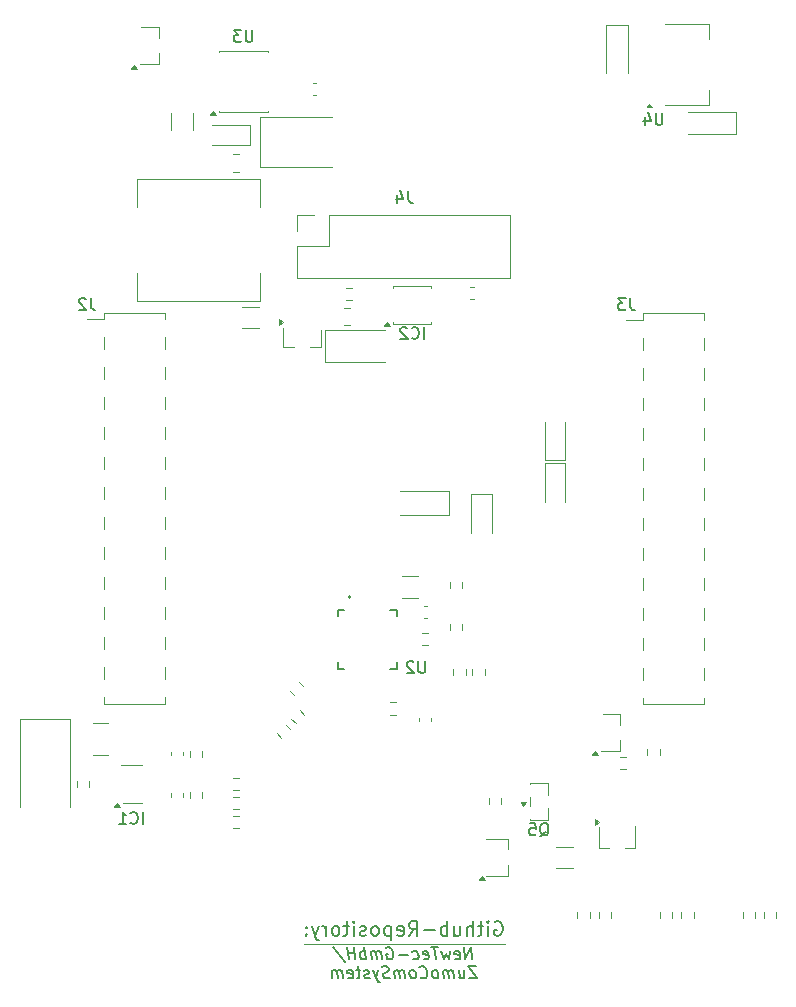
<source format=gbr>
%TF.GenerationSoftware,KiCad,Pcbnew,9.0.5*%
%TF.CreationDate,2026-01-12T16:44:52+01:00*%
%TF.ProjectId,ZumoComSystem,5a756d6f-436f-46d5-9379-7374656d2e6b,V1.2*%
%TF.SameCoordinates,Original*%
%TF.FileFunction,Legend,Bot*%
%TF.FilePolarity,Positive*%
%FSLAX45Y45*%
G04 Gerber Fmt 4.5, Leading zero omitted, Abs format (unit mm)*
G04 Created by KiCad (PCBNEW 9.0.5) date 2026-01-12 16:44:52*
%MOMM*%
%LPD*%
G01*
G04 APERTURE LIST*
%ADD10C,0.120000*%
%ADD11C,0.150000*%
%ADD12C,0.200000*%
%ADD13C,0.127000*%
G04 APERTURE END LIST*
D10*
X13851000Y-14080000D02*
X15551000Y-14080000D01*
D11*
X15276786Y-14210985D02*
X15264286Y-14110985D01*
X15264286Y-14110985D02*
X15219643Y-14210985D01*
X15219643Y-14210985D02*
X15207143Y-14110985D01*
X15133333Y-14206223D02*
X15143452Y-14210985D01*
X15143452Y-14210985D02*
X15162500Y-14210985D01*
X15162500Y-14210985D02*
X15171428Y-14206223D01*
X15171428Y-14206223D02*
X15175000Y-14196699D01*
X15175000Y-14196699D02*
X15170238Y-14158604D01*
X15170238Y-14158604D02*
X15164286Y-14149080D01*
X15164286Y-14149080D02*
X15154167Y-14144318D01*
X15154167Y-14144318D02*
X15135119Y-14144318D01*
X15135119Y-14144318D02*
X15126190Y-14149080D01*
X15126190Y-14149080D02*
X15122619Y-14158604D01*
X15122619Y-14158604D02*
X15123809Y-14168127D01*
X15123809Y-14168127D02*
X15172619Y-14177651D01*
X15087500Y-14144318D02*
X15076786Y-14210985D01*
X15076786Y-14210985D02*
X15051786Y-14163366D01*
X15051786Y-14163366D02*
X15038690Y-14210985D01*
X15038690Y-14210985D02*
X15011309Y-14144318D01*
X14983333Y-14110985D02*
X14926190Y-14110985D01*
X14967262Y-14210985D02*
X14954762Y-14110985D01*
X14866667Y-14206223D02*
X14876786Y-14210985D01*
X14876786Y-14210985D02*
X14895833Y-14210985D01*
X14895833Y-14210985D02*
X14904762Y-14206223D01*
X14904762Y-14206223D02*
X14908333Y-14196699D01*
X14908333Y-14196699D02*
X14903571Y-14158604D01*
X14903571Y-14158604D02*
X14897619Y-14149080D01*
X14897619Y-14149080D02*
X14887500Y-14144318D01*
X14887500Y-14144318D02*
X14868452Y-14144318D01*
X14868452Y-14144318D02*
X14859524Y-14149080D01*
X14859524Y-14149080D02*
X14855952Y-14158604D01*
X14855952Y-14158604D02*
X14857143Y-14168127D01*
X14857143Y-14168127D02*
X14905952Y-14177651D01*
X14776190Y-14206223D02*
X14786309Y-14210985D01*
X14786309Y-14210985D02*
X14805357Y-14210985D01*
X14805357Y-14210985D02*
X14814286Y-14206223D01*
X14814286Y-14206223D02*
X14818452Y-14201461D01*
X14818452Y-14201461D02*
X14822024Y-14191937D01*
X14822024Y-14191937D02*
X14818452Y-14163366D01*
X14818452Y-14163366D02*
X14812500Y-14153842D01*
X14812500Y-14153842D02*
X14807143Y-14149080D01*
X14807143Y-14149080D02*
X14797024Y-14144318D01*
X14797024Y-14144318D02*
X14777976Y-14144318D01*
X14777976Y-14144318D02*
X14769047Y-14149080D01*
X14729167Y-14172889D02*
X14652976Y-14172889D01*
X14545833Y-14115747D02*
X14554762Y-14110985D01*
X14554762Y-14110985D02*
X14569047Y-14110985D01*
X14569047Y-14110985D02*
X14583928Y-14115747D01*
X14583928Y-14115747D02*
X14594643Y-14125270D01*
X14594643Y-14125270D02*
X14600595Y-14134794D01*
X14600595Y-14134794D02*
X14607738Y-14153842D01*
X14607738Y-14153842D02*
X14609524Y-14168127D01*
X14609524Y-14168127D02*
X14607143Y-14187175D01*
X14607143Y-14187175D02*
X14603571Y-14196699D01*
X14603571Y-14196699D02*
X14595238Y-14206223D01*
X14595238Y-14206223D02*
X14581547Y-14210985D01*
X14581547Y-14210985D02*
X14572024Y-14210985D01*
X14572024Y-14210985D02*
X14557143Y-14206223D01*
X14557143Y-14206223D02*
X14551786Y-14201461D01*
X14551786Y-14201461D02*
X14547619Y-14168127D01*
X14547619Y-14168127D02*
X14566667Y-14168127D01*
X14510119Y-14210985D02*
X14501786Y-14144318D01*
X14502976Y-14153842D02*
X14497619Y-14149080D01*
X14497619Y-14149080D02*
X14487500Y-14144318D01*
X14487500Y-14144318D02*
X14473214Y-14144318D01*
X14473214Y-14144318D02*
X14464286Y-14149080D01*
X14464286Y-14149080D02*
X14460714Y-14158604D01*
X14460714Y-14158604D02*
X14467262Y-14210985D01*
X14460714Y-14158604D02*
X14454762Y-14149080D01*
X14454762Y-14149080D02*
X14444643Y-14144318D01*
X14444643Y-14144318D02*
X14430357Y-14144318D01*
X14430357Y-14144318D02*
X14421428Y-14149080D01*
X14421428Y-14149080D02*
X14417857Y-14158604D01*
X14417857Y-14158604D02*
X14424405Y-14210985D01*
X14376786Y-14210985D02*
X14364286Y-14110985D01*
X14369048Y-14149080D02*
X14358928Y-14144318D01*
X14358928Y-14144318D02*
X14339881Y-14144318D01*
X14339881Y-14144318D02*
X14330952Y-14149080D01*
X14330952Y-14149080D02*
X14326786Y-14153842D01*
X14326786Y-14153842D02*
X14323214Y-14163366D01*
X14323214Y-14163366D02*
X14326786Y-14191937D01*
X14326786Y-14191937D02*
X14332738Y-14201461D01*
X14332738Y-14201461D02*
X14338095Y-14206223D01*
X14338095Y-14206223D02*
X14348214Y-14210985D01*
X14348214Y-14210985D02*
X14367262Y-14210985D01*
X14367262Y-14210985D02*
X14376190Y-14206223D01*
X14286309Y-14210985D02*
X14273809Y-14110985D01*
X14279762Y-14158604D02*
X14222619Y-14158604D01*
X14229167Y-14210985D02*
X14216667Y-14110985D01*
X14097024Y-14106223D02*
X14198809Y-14234794D01*
X15304762Y-14271979D02*
X15238095Y-14271979D01*
X15238095Y-14271979D02*
X15317262Y-14371979D01*
X15317262Y-14371979D02*
X15250595Y-14371979D01*
X15161309Y-14305312D02*
X15169643Y-14371979D01*
X15204167Y-14305312D02*
X15210714Y-14357693D01*
X15210714Y-14357693D02*
X15207143Y-14367217D01*
X15207143Y-14367217D02*
X15198214Y-14371979D01*
X15198214Y-14371979D02*
X15183928Y-14371979D01*
X15183928Y-14371979D02*
X15173809Y-14367217D01*
X15173809Y-14367217D02*
X15168452Y-14362455D01*
X15122024Y-14371979D02*
X15113690Y-14305312D01*
X15114881Y-14314836D02*
X15109524Y-14310074D01*
X15109524Y-14310074D02*
X15099405Y-14305312D01*
X15099405Y-14305312D02*
X15085119Y-14305312D01*
X15085119Y-14305312D02*
X15076190Y-14310074D01*
X15076190Y-14310074D02*
X15072619Y-14319598D01*
X15072619Y-14319598D02*
X15079167Y-14371979D01*
X15072619Y-14319598D02*
X15066667Y-14310074D01*
X15066667Y-14310074D02*
X15056548Y-14305312D01*
X15056548Y-14305312D02*
X15042262Y-14305312D01*
X15042262Y-14305312D02*
X15033333Y-14310074D01*
X15033333Y-14310074D02*
X15029762Y-14319598D01*
X15029762Y-14319598D02*
X15036309Y-14371979D01*
X14974405Y-14371979D02*
X14983333Y-14367217D01*
X14983333Y-14367217D02*
X14987500Y-14362455D01*
X14987500Y-14362455D02*
X14991071Y-14352931D01*
X14991071Y-14352931D02*
X14987500Y-14324360D01*
X14987500Y-14324360D02*
X14981548Y-14314836D01*
X14981548Y-14314836D02*
X14976190Y-14310074D01*
X14976190Y-14310074D02*
X14966071Y-14305312D01*
X14966071Y-14305312D02*
X14951786Y-14305312D01*
X14951786Y-14305312D02*
X14942857Y-14310074D01*
X14942857Y-14310074D02*
X14938690Y-14314836D01*
X14938690Y-14314836D02*
X14935119Y-14324360D01*
X14935119Y-14324360D02*
X14938690Y-14352931D01*
X14938690Y-14352931D02*
X14944643Y-14362455D01*
X14944643Y-14362455D02*
X14950000Y-14367217D01*
X14950000Y-14367217D02*
X14960119Y-14371979D01*
X14960119Y-14371979D02*
X14974405Y-14371979D01*
X14839881Y-14362455D02*
X14845238Y-14367217D01*
X14845238Y-14367217D02*
X14860119Y-14371979D01*
X14860119Y-14371979D02*
X14869643Y-14371979D01*
X14869643Y-14371979D02*
X14883333Y-14367217D01*
X14883333Y-14367217D02*
X14891667Y-14357693D01*
X14891667Y-14357693D02*
X14895238Y-14348169D01*
X14895238Y-14348169D02*
X14897619Y-14329122D01*
X14897619Y-14329122D02*
X14895833Y-14314836D01*
X14895833Y-14314836D02*
X14888690Y-14295789D01*
X14888690Y-14295789D02*
X14882738Y-14286265D01*
X14882738Y-14286265D02*
X14872024Y-14276741D01*
X14872024Y-14276741D02*
X14857143Y-14271979D01*
X14857143Y-14271979D02*
X14847619Y-14271979D01*
X14847619Y-14271979D02*
X14833929Y-14276741D01*
X14833929Y-14276741D02*
X14829762Y-14281503D01*
X14783929Y-14371979D02*
X14792857Y-14367217D01*
X14792857Y-14367217D02*
X14797024Y-14362455D01*
X14797024Y-14362455D02*
X14800595Y-14352931D01*
X14800595Y-14352931D02*
X14797024Y-14324360D01*
X14797024Y-14324360D02*
X14791071Y-14314836D01*
X14791071Y-14314836D02*
X14785714Y-14310074D01*
X14785714Y-14310074D02*
X14775595Y-14305312D01*
X14775595Y-14305312D02*
X14761309Y-14305312D01*
X14761309Y-14305312D02*
X14752381Y-14310074D01*
X14752381Y-14310074D02*
X14748214Y-14314836D01*
X14748214Y-14314836D02*
X14744643Y-14324360D01*
X14744643Y-14324360D02*
X14748214Y-14352931D01*
X14748214Y-14352931D02*
X14754167Y-14362455D01*
X14754167Y-14362455D02*
X14759524Y-14367217D01*
X14759524Y-14367217D02*
X14769643Y-14371979D01*
X14769643Y-14371979D02*
X14783929Y-14371979D01*
X14707738Y-14371979D02*
X14699405Y-14305312D01*
X14700595Y-14314836D02*
X14695238Y-14310074D01*
X14695238Y-14310074D02*
X14685119Y-14305312D01*
X14685119Y-14305312D02*
X14670833Y-14305312D01*
X14670833Y-14305312D02*
X14661905Y-14310074D01*
X14661905Y-14310074D02*
X14658333Y-14319598D01*
X14658333Y-14319598D02*
X14664881Y-14371979D01*
X14658333Y-14319598D02*
X14652381Y-14310074D01*
X14652381Y-14310074D02*
X14642262Y-14305312D01*
X14642262Y-14305312D02*
X14627976Y-14305312D01*
X14627976Y-14305312D02*
X14619048Y-14310074D01*
X14619048Y-14310074D02*
X14615476Y-14319598D01*
X14615476Y-14319598D02*
X14622024Y-14371979D01*
X14578571Y-14367217D02*
X14564881Y-14371979D01*
X14564881Y-14371979D02*
X14541071Y-14371979D01*
X14541071Y-14371979D02*
X14530952Y-14367217D01*
X14530952Y-14367217D02*
X14525595Y-14362455D01*
X14525595Y-14362455D02*
X14519643Y-14352931D01*
X14519643Y-14352931D02*
X14518452Y-14343408D01*
X14518452Y-14343408D02*
X14522024Y-14333884D01*
X14522024Y-14333884D02*
X14526190Y-14329122D01*
X14526190Y-14329122D02*
X14535119Y-14324360D01*
X14535119Y-14324360D02*
X14553571Y-14319598D01*
X14553571Y-14319598D02*
X14562500Y-14314836D01*
X14562500Y-14314836D02*
X14566667Y-14310074D01*
X14566667Y-14310074D02*
X14570238Y-14300550D01*
X14570238Y-14300550D02*
X14569048Y-14291027D01*
X14569048Y-14291027D02*
X14563095Y-14281503D01*
X14563095Y-14281503D02*
X14557738Y-14276741D01*
X14557738Y-14276741D02*
X14547619Y-14271979D01*
X14547619Y-14271979D02*
X14523809Y-14271979D01*
X14523809Y-14271979D02*
X14510119Y-14276741D01*
X14480357Y-14305312D02*
X14464881Y-14371979D01*
X14432738Y-14305312D02*
X14464881Y-14371979D01*
X14464881Y-14371979D02*
X14477381Y-14395789D01*
X14477381Y-14395789D02*
X14482738Y-14400550D01*
X14482738Y-14400550D02*
X14492857Y-14405312D01*
X14407143Y-14367217D02*
X14398214Y-14371979D01*
X14398214Y-14371979D02*
X14379167Y-14371979D01*
X14379167Y-14371979D02*
X14369048Y-14367217D01*
X14369048Y-14367217D02*
X14363095Y-14357693D01*
X14363095Y-14357693D02*
X14362500Y-14352931D01*
X14362500Y-14352931D02*
X14366071Y-14343408D01*
X14366071Y-14343408D02*
X14375000Y-14338646D01*
X14375000Y-14338646D02*
X14389286Y-14338646D01*
X14389286Y-14338646D02*
X14398214Y-14333884D01*
X14398214Y-14333884D02*
X14401786Y-14324360D01*
X14401786Y-14324360D02*
X14401190Y-14319598D01*
X14401190Y-14319598D02*
X14395238Y-14310074D01*
X14395238Y-14310074D02*
X14385119Y-14305312D01*
X14385119Y-14305312D02*
X14370833Y-14305312D01*
X14370833Y-14305312D02*
X14361905Y-14310074D01*
X14327976Y-14305312D02*
X14289881Y-14305312D01*
X14309524Y-14271979D02*
X14320238Y-14357693D01*
X14320238Y-14357693D02*
X14316667Y-14367217D01*
X14316667Y-14367217D02*
X14307738Y-14371979D01*
X14307738Y-14371979D02*
X14298214Y-14371979D01*
X14226190Y-14367217D02*
X14236309Y-14371979D01*
X14236309Y-14371979D02*
X14255357Y-14371979D01*
X14255357Y-14371979D02*
X14264286Y-14367217D01*
X14264286Y-14367217D02*
X14267857Y-14357693D01*
X14267857Y-14357693D02*
X14263095Y-14319598D01*
X14263095Y-14319598D02*
X14257143Y-14310074D01*
X14257143Y-14310074D02*
X14247024Y-14305312D01*
X14247024Y-14305312D02*
X14227976Y-14305312D01*
X14227976Y-14305312D02*
X14219047Y-14310074D01*
X14219047Y-14310074D02*
X14215476Y-14319598D01*
X14215476Y-14319598D02*
X14216667Y-14329122D01*
X14216667Y-14329122D02*
X14265476Y-14338646D01*
X14179167Y-14371979D02*
X14170833Y-14305312D01*
X14172024Y-14314836D02*
X14166667Y-14310074D01*
X14166667Y-14310074D02*
X14156547Y-14305312D01*
X14156547Y-14305312D02*
X14142262Y-14305312D01*
X14142262Y-14305312D02*
X14133333Y-14310074D01*
X14133333Y-14310074D02*
X14129762Y-14319598D01*
X14129762Y-14319598D02*
X14136309Y-14371979D01*
X14129762Y-14319598D02*
X14123809Y-14310074D01*
X14123809Y-14310074D02*
X14113690Y-14305312D01*
X14113690Y-14305312D02*
X14099405Y-14305312D01*
X14099405Y-14305312D02*
X14090476Y-14310074D01*
X14090476Y-14310074D02*
X14086905Y-14319598D01*
X14086905Y-14319598D02*
X14093452Y-14371979D01*
D12*
X15466714Y-13897188D02*
X15478143Y-13891474D01*
X15478143Y-13891474D02*
X15495286Y-13891474D01*
X15495286Y-13891474D02*
X15512428Y-13897188D01*
X15512428Y-13897188D02*
X15523857Y-13908617D01*
X15523857Y-13908617D02*
X15529571Y-13920046D01*
X15529571Y-13920046D02*
X15535286Y-13942903D01*
X15535286Y-13942903D02*
X15535286Y-13960046D01*
X15535286Y-13960046D02*
X15529571Y-13982903D01*
X15529571Y-13982903D02*
X15523857Y-13994331D01*
X15523857Y-13994331D02*
X15512428Y-14005760D01*
X15512428Y-14005760D02*
X15495286Y-14011474D01*
X15495286Y-14011474D02*
X15483857Y-14011474D01*
X15483857Y-14011474D02*
X15466714Y-14005760D01*
X15466714Y-14005760D02*
X15461000Y-14000046D01*
X15461000Y-14000046D02*
X15461000Y-13960046D01*
X15461000Y-13960046D02*
X15483857Y-13960046D01*
X15409571Y-14011474D02*
X15409571Y-13931474D01*
X15409571Y-13891474D02*
X15415286Y-13897188D01*
X15415286Y-13897188D02*
X15409571Y-13902903D01*
X15409571Y-13902903D02*
X15403857Y-13897188D01*
X15403857Y-13897188D02*
X15409571Y-13891474D01*
X15409571Y-13891474D02*
X15409571Y-13902903D01*
X15369571Y-13931474D02*
X15323857Y-13931474D01*
X15352428Y-13891474D02*
X15352428Y-13994331D01*
X15352428Y-13994331D02*
X15346714Y-14005760D01*
X15346714Y-14005760D02*
X15335286Y-14011474D01*
X15335286Y-14011474D02*
X15323857Y-14011474D01*
X15283857Y-14011474D02*
X15283857Y-13891474D01*
X15232428Y-14011474D02*
X15232428Y-13948617D01*
X15232428Y-13948617D02*
X15238143Y-13937188D01*
X15238143Y-13937188D02*
X15249571Y-13931474D01*
X15249571Y-13931474D02*
X15266714Y-13931474D01*
X15266714Y-13931474D02*
X15278143Y-13937188D01*
X15278143Y-13937188D02*
X15283857Y-13942903D01*
X15123857Y-13931474D02*
X15123857Y-14011474D01*
X15175286Y-13931474D02*
X15175286Y-13994331D01*
X15175286Y-13994331D02*
X15169571Y-14005760D01*
X15169571Y-14005760D02*
X15158143Y-14011474D01*
X15158143Y-14011474D02*
X15141000Y-14011474D01*
X15141000Y-14011474D02*
X15129571Y-14005760D01*
X15129571Y-14005760D02*
X15123857Y-14000046D01*
X15066714Y-14011474D02*
X15066714Y-13891474D01*
X15066714Y-13937188D02*
X15055286Y-13931474D01*
X15055286Y-13931474D02*
X15032428Y-13931474D01*
X15032428Y-13931474D02*
X15021000Y-13937188D01*
X15021000Y-13937188D02*
X15015286Y-13942903D01*
X15015286Y-13942903D02*
X15009571Y-13954331D01*
X15009571Y-13954331D02*
X15009571Y-13988617D01*
X15009571Y-13988617D02*
X15015286Y-14000046D01*
X15015286Y-14000046D02*
X15021000Y-14005760D01*
X15021000Y-14005760D02*
X15032428Y-14011474D01*
X15032428Y-14011474D02*
X15055286Y-14011474D01*
X15055286Y-14011474D02*
X15066714Y-14005760D01*
X14958143Y-13965760D02*
X14866714Y-13965760D01*
X14741000Y-14011474D02*
X14781000Y-13954331D01*
X14809571Y-14011474D02*
X14809571Y-13891474D01*
X14809571Y-13891474D02*
X14763857Y-13891474D01*
X14763857Y-13891474D02*
X14752429Y-13897188D01*
X14752429Y-13897188D02*
X14746714Y-13902903D01*
X14746714Y-13902903D02*
X14741000Y-13914331D01*
X14741000Y-13914331D02*
X14741000Y-13931474D01*
X14741000Y-13931474D02*
X14746714Y-13942903D01*
X14746714Y-13942903D02*
X14752429Y-13948617D01*
X14752429Y-13948617D02*
X14763857Y-13954331D01*
X14763857Y-13954331D02*
X14809571Y-13954331D01*
X14643857Y-14005760D02*
X14655286Y-14011474D01*
X14655286Y-14011474D02*
X14678143Y-14011474D01*
X14678143Y-14011474D02*
X14689571Y-14005760D01*
X14689571Y-14005760D02*
X14695286Y-13994331D01*
X14695286Y-13994331D02*
X14695286Y-13948617D01*
X14695286Y-13948617D02*
X14689571Y-13937188D01*
X14689571Y-13937188D02*
X14678143Y-13931474D01*
X14678143Y-13931474D02*
X14655286Y-13931474D01*
X14655286Y-13931474D02*
X14643857Y-13937188D01*
X14643857Y-13937188D02*
X14638143Y-13948617D01*
X14638143Y-13948617D02*
X14638143Y-13960046D01*
X14638143Y-13960046D02*
X14695286Y-13971474D01*
X14586714Y-13931474D02*
X14586714Y-14051474D01*
X14586714Y-13937188D02*
X14575286Y-13931474D01*
X14575286Y-13931474D02*
X14552429Y-13931474D01*
X14552429Y-13931474D02*
X14541000Y-13937188D01*
X14541000Y-13937188D02*
X14535286Y-13942903D01*
X14535286Y-13942903D02*
X14529571Y-13954331D01*
X14529571Y-13954331D02*
X14529571Y-13988617D01*
X14529571Y-13988617D02*
X14535286Y-14000046D01*
X14535286Y-14000046D02*
X14541000Y-14005760D01*
X14541000Y-14005760D02*
X14552429Y-14011474D01*
X14552429Y-14011474D02*
X14575286Y-14011474D01*
X14575286Y-14011474D02*
X14586714Y-14005760D01*
X14461000Y-14011474D02*
X14472429Y-14005760D01*
X14472429Y-14005760D02*
X14478143Y-14000046D01*
X14478143Y-14000046D02*
X14483857Y-13988617D01*
X14483857Y-13988617D02*
X14483857Y-13954331D01*
X14483857Y-13954331D02*
X14478143Y-13942903D01*
X14478143Y-13942903D02*
X14472429Y-13937188D01*
X14472429Y-13937188D02*
X14461000Y-13931474D01*
X14461000Y-13931474D02*
X14443857Y-13931474D01*
X14443857Y-13931474D02*
X14432429Y-13937188D01*
X14432429Y-13937188D02*
X14426714Y-13942903D01*
X14426714Y-13942903D02*
X14421000Y-13954331D01*
X14421000Y-13954331D02*
X14421000Y-13988617D01*
X14421000Y-13988617D02*
X14426714Y-14000046D01*
X14426714Y-14000046D02*
X14432429Y-14005760D01*
X14432429Y-14005760D02*
X14443857Y-14011474D01*
X14443857Y-14011474D02*
X14461000Y-14011474D01*
X14375286Y-14005760D02*
X14363857Y-14011474D01*
X14363857Y-14011474D02*
X14341000Y-14011474D01*
X14341000Y-14011474D02*
X14329571Y-14005760D01*
X14329571Y-14005760D02*
X14323857Y-13994331D01*
X14323857Y-13994331D02*
X14323857Y-13988617D01*
X14323857Y-13988617D02*
X14329571Y-13977188D01*
X14329571Y-13977188D02*
X14341000Y-13971474D01*
X14341000Y-13971474D02*
X14358143Y-13971474D01*
X14358143Y-13971474D02*
X14369571Y-13965760D01*
X14369571Y-13965760D02*
X14375286Y-13954331D01*
X14375286Y-13954331D02*
X14375286Y-13948617D01*
X14375286Y-13948617D02*
X14369571Y-13937188D01*
X14369571Y-13937188D02*
X14358143Y-13931474D01*
X14358143Y-13931474D02*
X14341000Y-13931474D01*
X14341000Y-13931474D02*
X14329571Y-13937188D01*
X14272429Y-14011474D02*
X14272429Y-13931474D01*
X14272429Y-13891474D02*
X14278143Y-13897188D01*
X14278143Y-13897188D02*
X14272429Y-13902903D01*
X14272429Y-13902903D02*
X14266714Y-13897188D01*
X14266714Y-13897188D02*
X14272429Y-13891474D01*
X14272429Y-13891474D02*
X14272429Y-13902903D01*
X14232429Y-13931474D02*
X14186714Y-13931474D01*
X14215286Y-13891474D02*
X14215286Y-13994331D01*
X14215286Y-13994331D02*
X14209571Y-14005760D01*
X14209571Y-14005760D02*
X14198143Y-14011474D01*
X14198143Y-14011474D02*
X14186714Y-14011474D01*
X14129571Y-14011474D02*
X14141000Y-14005760D01*
X14141000Y-14005760D02*
X14146714Y-14000046D01*
X14146714Y-14000046D02*
X14152429Y-13988617D01*
X14152429Y-13988617D02*
X14152429Y-13954331D01*
X14152429Y-13954331D02*
X14146714Y-13942903D01*
X14146714Y-13942903D02*
X14141000Y-13937188D01*
X14141000Y-13937188D02*
X14129571Y-13931474D01*
X14129571Y-13931474D02*
X14112429Y-13931474D01*
X14112429Y-13931474D02*
X14101000Y-13937188D01*
X14101000Y-13937188D02*
X14095286Y-13942903D01*
X14095286Y-13942903D02*
X14089571Y-13954331D01*
X14089571Y-13954331D02*
X14089571Y-13988617D01*
X14089571Y-13988617D02*
X14095286Y-14000046D01*
X14095286Y-14000046D02*
X14101000Y-14005760D01*
X14101000Y-14005760D02*
X14112429Y-14011474D01*
X14112429Y-14011474D02*
X14129571Y-14011474D01*
X14038143Y-14011474D02*
X14038143Y-13931474D01*
X14038143Y-13954331D02*
X14032429Y-13942903D01*
X14032429Y-13942903D02*
X14026714Y-13937188D01*
X14026714Y-13937188D02*
X14015286Y-13931474D01*
X14015286Y-13931474D02*
X14003857Y-13931474D01*
X13975286Y-13931474D02*
X13946714Y-14011474D01*
X13918143Y-13931474D02*
X13946714Y-14011474D01*
X13946714Y-14011474D02*
X13958143Y-14040046D01*
X13958143Y-14040046D02*
X13963857Y-14045760D01*
X13963857Y-14045760D02*
X13975286Y-14051474D01*
X13872429Y-14000046D02*
X13866714Y-14005760D01*
X13866714Y-14005760D02*
X13872429Y-14011474D01*
X13872429Y-14011474D02*
X13878143Y-14005760D01*
X13878143Y-14005760D02*
X13872429Y-14000046D01*
X13872429Y-14000046D02*
X13872429Y-14011474D01*
X13872429Y-13937188D02*
X13866714Y-13942903D01*
X13866714Y-13942903D02*
X13872429Y-13948617D01*
X13872429Y-13948617D02*
X13878143Y-13942903D01*
X13878143Y-13942903D02*
X13872429Y-13937188D01*
X13872429Y-13937188D02*
X13872429Y-13948617D01*
D11*
X14878190Y-11687482D02*
X14878190Y-11768434D01*
X14878190Y-11768434D02*
X14873428Y-11777958D01*
X14873428Y-11777958D02*
X14868667Y-11782720D01*
X14868667Y-11782720D02*
X14859143Y-11787482D01*
X14859143Y-11787482D02*
X14840095Y-11787482D01*
X14840095Y-11787482D02*
X14830571Y-11782720D01*
X14830571Y-11782720D02*
X14825809Y-11777958D01*
X14825809Y-11777958D02*
X14821048Y-11768434D01*
X14821048Y-11768434D02*
X14821048Y-11687482D01*
X14778190Y-11697006D02*
X14773428Y-11692244D01*
X14773428Y-11692244D02*
X14763905Y-11687482D01*
X14763905Y-11687482D02*
X14740095Y-11687482D01*
X14740095Y-11687482D02*
X14730571Y-11692244D01*
X14730571Y-11692244D02*
X14725809Y-11697006D01*
X14725809Y-11697006D02*
X14721048Y-11706529D01*
X14721048Y-11706529D02*
X14721048Y-11716053D01*
X14721048Y-11716053D02*
X14725809Y-11730339D01*
X14725809Y-11730339D02*
X14782952Y-11787482D01*
X14782952Y-11787482D02*
X14721048Y-11787482D01*
X15849524Y-13170006D02*
X15859048Y-13165244D01*
X15859048Y-13165244D02*
X15868571Y-13155720D01*
X15868571Y-13155720D02*
X15882857Y-13141434D01*
X15882857Y-13141434D02*
X15892381Y-13136672D01*
X15892381Y-13136672D02*
X15901905Y-13136672D01*
X15897143Y-13160482D02*
X15906667Y-13155720D01*
X15906667Y-13155720D02*
X15916190Y-13146196D01*
X15916190Y-13146196D02*
X15920952Y-13127148D01*
X15920952Y-13127148D02*
X15920952Y-13093815D01*
X15920952Y-13093815D02*
X15916190Y-13074768D01*
X15916190Y-13074768D02*
X15906667Y-13065244D01*
X15906667Y-13065244D02*
X15897143Y-13060482D01*
X15897143Y-13060482D02*
X15878095Y-13060482D01*
X15878095Y-13060482D02*
X15868571Y-13065244D01*
X15868571Y-13065244D02*
X15859048Y-13074768D01*
X15859048Y-13074768D02*
X15854286Y-13093815D01*
X15854286Y-13093815D02*
X15854286Y-13127148D01*
X15854286Y-13127148D02*
X15859048Y-13146196D01*
X15859048Y-13146196D02*
X15868571Y-13155720D01*
X15868571Y-13155720D02*
X15878095Y-13160482D01*
X15878095Y-13160482D02*
X15897143Y-13160482D01*
X15763809Y-13060482D02*
X15811428Y-13060482D01*
X15811428Y-13060482D02*
X15816190Y-13108101D01*
X15816190Y-13108101D02*
X15811428Y-13103339D01*
X15811428Y-13103339D02*
X15801905Y-13098577D01*
X15801905Y-13098577D02*
X15778095Y-13098577D01*
X15778095Y-13098577D02*
X15768571Y-13103339D01*
X15768571Y-13103339D02*
X15763809Y-13108101D01*
X15763809Y-13108101D02*
X15759048Y-13117625D01*
X15759048Y-13117625D02*
X15759048Y-13141434D01*
X15759048Y-13141434D02*
X15763809Y-13150958D01*
X15763809Y-13150958D02*
X15768571Y-13155720D01*
X15768571Y-13155720D02*
X15778095Y-13160482D01*
X15778095Y-13160482D02*
X15801905Y-13160482D01*
X15801905Y-13160482D02*
X15811428Y-13155720D01*
X15811428Y-13155720D02*
X15816190Y-13150958D01*
X12047833Y-8614482D02*
X12047833Y-8685910D01*
X12047833Y-8685910D02*
X12052595Y-8700196D01*
X12052595Y-8700196D02*
X12062119Y-8709720D01*
X12062119Y-8709720D02*
X12076405Y-8714482D01*
X12076405Y-8714482D02*
X12085928Y-8714482D01*
X12004976Y-8624006D02*
X12000214Y-8619244D01*
X12000214Y-8619244D02*
X11990690Y-8614482D01*
X11990690Y-8614482D02*
X11966881Y-8614482D01*
X11966881Y-8614482D02*
X11957357Y-8619244D01*
X11957357Y-8619244D02*
X11952595Y-8624006D01*
X11952595Y-8624006D02*
X11947833Y-8633530D01*
X11947833Y-8633530D02*
X11947833Y-8643053D01*
X11947833Y-8643053D02*
X11952595Y-8657339D01*
X11952595Y-8657339D02*
X12009738Y-8714482D01*
X12009738Y-8714482D02*
X11947833Y-8714482D01*
X13416190Y-6345482D02*
X13416190Y-6426434D01*
X13416190Y-6426434D02*
X13411428Y-6435958D01*
X13411428Y-6435958D02*
X13406667Y-6440720D01*
X13406667Y-6440720D02*
X13397143Y-6445482D01*
X13397143Y-6445482D02*
X13378095Y-6445482D01*
X13378095Y-6445482D02*
X13368571Y-6440720D01*
X13368571Y-6440720D02*
X13363809Y-6435958D01*
X13363809Y-6435958D02*
X13359048Y-6426434D01*
X13359048Y-6426434D02*
X13359048Y-6345482D01*
X13320952Y-6345482D02*
X13259048Y-6345482D01*
X13259048Y-6345482D02*
X13292381Y-6383577D01*
X13292381Y-6383577D02*
X13278095Y-6383577D01*
X13278095Y-6383577D02*
X13268571Y-6388339D01*
X13268571Y-6388339D02*
X13263809Y-6393101D01*
X13263809Y-6393101D02*
X13259048Y-6402625D01*
X13259048Y-6402625D02*
X13259048Y-6426434D01*
X13259048Y-6426434D02*
X13263809Y-6435958D01*
X13263809Y-6435958D02*
X13268571Y-6440720D01*
X13268571Y-6440720D02*
X13278095Y-6445482D01*
X13278095Y-6445482D02*
X13306667Y-6445482D01*
X13306667Y-6445482D02*
X13316190Y-6440720D01*
X13316190Y-6440720D02*
X13320952Y-6435958D01*
X16886190Y-7045482D02*
X16886190Y-7126434D01*
X16886190Y-7126434D02*
X16881429Y-7135958D01*
X16881429Y-7135958D02*
X16876667Y-7140720D01*
X16876667Y-7140720D02*
X16867143Y-7145482D01*
X16867143Y-7145482D02*
X16848095Y-7145482D01*
X16848095Y-7145482D02*
X16838571Y-7140720D01*
X16838571Y-7140720D02*
X16833810Y-7135958D01*
X16833810Y-7135958D02*
X16829048Y-7126434D01*
X16829048Y-7126434D02*
X16829048Y-7045482D01*
X16738571Y-7078815D02*
X16738571Y-7145482D01*
X16762381Y-7040720D02*
X16786190Y-7112148D01*
X16786190Y-7112148D02*
X16724286Y-7112148D01*
X16613833Y-8615482D02*
X16613833Y-8686910D01*
X16613833Y-8686910D02*
X16618595Y-8701196D01*
X16618595Y-8701196D02*
X16628119Y-8710720D01*
X16628119Y-8710720D02*
X16642405Y-8715482D01*
X16642405Y-8715482D02*
X16651928Y-8715482D01*
X16575738Y-8615482D02*
X16513833Y-8615482D01*
X16513833Y-8615482D02*
X16547167Y-8653577D01*
X16547167Y-8653577D02*
X16532881Y-8653577D01*
X16532881Y-8653577D02*
X16523357Y-8658339D01*
X16523357Y-8658339D02*
X16518595Y-8663101D01*
X16518595Y-8663101D02*
X16513833Y-8672625D01*
X16513833Y-8672625D02*
X16513833Y-8696434D01*
X16513833Y-8696434D02*
X16518595Y-8705958D01*
X16518595Y-8705958D02*
X16523357Y-8710720D01*
X16523357Y-8710720D02*
X16532881Y-8715482D01*
X16532881Y-8715482D02*
X16561452Y-8715482D01*
X16561452Y-8715482D02*
X16570976Y-8710720D01*
X16570976Y-8710720D02*
X16575738Y-8705958D01*
X14733333Y-7705482D02*
X14733333Y-7776910D01*
X14733333Y-7776910D02*
X14738095Y-7791196D01*
X14738095Y-7791196D02*
X14747619Y-7800720D01*
X14747619Y-7800720D02*
X14761905Y-7805482D01*
X14761905Y-7805482D02*
X14771428Y-7805482D01*
X14642857Y-7738815D02*
X14642857Y-7805482D01*
X14666667Y-7700720D02*
X14690476Y-7772148D01*
X14690476Y-7772148D02*
X14628571Y-7772148D01*
X12487619Y-13065482D02*
X12487619Y-12965482D01*
X12382857Y-13055958D02*
X12387619Y-13060720D01*
X12387619Y-13060720D02*
X12401905Y-13065482D01*
X12401905Y-13065482D02*
X12411428Y-13065482D01*
X12411428Y-13065482D02*
X12425714Y-13060720D01*
X12425714Y-13060720D02*
X12435238Y-13051196D01*
X12435238Y-13051196D02*
X12440000Y-13041672D01*
X12440000Y-13041672D02*
X12444762Y-13022625D01*
X12444762Y-13022625D02*
X12444762Y-13008339D01*
X12444762Y-13008339D02*
X12440000Y-12989291D01*
X12440000Y-12989291D02*
X12435238Y-12979768D01*
X12435238Y-12979768D02*
X12425714Y-12970244D01*
X12425714Y-12970244D02*
X12411428Y-12965482D01*
X12411428Y-12965482D02*
X12401905Y-12965482D01*
X12401905Y-12965482D02*
X12387619Y-12970244D01*
X12387619Y-12970244D02*
X12382857Y-12975006D01*
X12287619Y-13065482D02*
X12344762Y-13065482D01*
X12316190Y-13065482D02*
X12316190Y-12965482D01*
X12316190Y-12965482D02*
X12325714Y-12979768D01*
X12325714Y-12979768D02*
X12335238Y-12989291D01*
X12335238Y-12989291D02*
X12344762Y-12994053D01*
X14867619Y-8960482D02*
X14867619Y-8860482D01*
X14762857Y-8950958D02*
X14767619Y-8955720D01*
X14767619Y-8955720D02*
X14781905Y-8960482D01*
X14781905Y-8960482D02*
X14791428Y-8960482D01*
X14791428Y-8960482D02*
X14805714Y-8955720D01*
X14805714Y-8955720D02*
X14815238Y-8946196D01*
X14815238Y-8946196D02*
X14820000Y-8936672D01*
X14820000Y-8936672D02*
X14824762Y-8917625D01*
X14824762Y-8917625D02*
X14824762Y-8903339D01*
X14824762Y-8903339D02*
X14820000Y-8884291D01*
X14820000Y-8884291D02*
X14815238Y-8874768D01*
X14815238Y-8874768D02*
X14805714Y-8865244D01*
X14805714Y-8865244D02*
X14791428Y-8860482D01*
X14791428Y-8860482D02*
X14781905Y-8860482D01*
X14781905Y-8860482D02*
X14767619Y-8865244D01*
X14767619Y-8865244D02*
X14762857Y-8870006D01*
X14724762Y-8870006D02*
X14720000Y-8865244D01*
X14720000Y-8865244D02*
X14710476Y-8860482D01*
X14710476Y-8860482D02*
X14686667Y-8860482D01*
X14686667Y-8860482D02*
X14677143Y-8865244D01*
X14677143Y-8865244D02*
X14672381Y-8870006D01*
X14672381Y-8870006D02*
X14667619Y-8879530D01*
X14667619Y-8879530D02*
X14667619Y-8889053D01*
X14667619Y-8889053D02*
X14672381Y-8903339D01*
X14672381Y-8903339D02*
X14729524Y-8960482D01*
X14729524Y-8960482D02*
X14667619Y-8960482D01*
D12*
%TO.C,U2*%
X14247500Y-11146500D02*
G75*
G02*
X14227500Y-11146500I-10000J0D01*
G01*
X14227500Y-11146500D02*
G75*
G02*
X14247500Y-11146500I10000J0D01*
G01*
D13*
X14637500Y-11750500D02*
X14637500Y-11695500D01*
X14137500Y-11750500D02*
X14137500Y-11695500D01*
X14637500Y-11250500D02*
X14637500Y-11305500D01*
X14137500Y-11250500D02*
X14137500Y-11305500D01*
X14637500Y-11750500D02*
X14582500Y-11750500D01*
X14137500Y-11750500D02*
X14192500Y-11750500D01*
X14637500Y-11250500D02*
X14582500Y-11250500D01*
X14137500Y-11250500D02*
X14192500Y-11250500D01*
D10*
%TO.C,Q5*%
X15710000Y-12913000D02*
X15686000Y-12880000D01*
X15734000Y-12880000D01*
X15710000Y-12913000D01*
G36*
X15710000Y-12913000D02*
G01*
X15686000Y-12880000D01*
X15734000Y-12880000D01*
X15710000Y-12913000D01*
G37*
X15916000Y-12719000D02*
X15764000Y-12719000D01*
X15916000Y-12819000D02*
X15916000Y-12719000D01*
X15916000Y-13031000D02*
X15916000Y-12931000D01*
X15764000Y-12719000D02*
X15764000Y-12724000D01*
X15764000Y-12836000D02*
X15764000Y-12914000D01*
X15764000Y-13026000D02*
X15764000Y-13031000D01*
X15764000Y-13031000D02*
X15916000Y-13031000D01*
%TO.C,D10*%
X11445000Y-12179000D02*
X11445000Y-12920000D01*
X11445000Y-12179000D02*
X11875000Y-12179000D01*
X11875000Y-12179000D02*
X11875000Y-12920000D01*
%TO.C,Q3*%
X15580500Y-13193000D02*
X15395500Y-13193000D01*
X15580500Y-13282000D02*
X15580500Y-13193000D01*
X15582000Y-13505000D02*
X15397000Y-13505000D01*
X15582000Y-13505000D02*
X15582000Y-13416000D01*
X15382000Y-13537000D02*
X15334000Y-13537000D01*
X15358000Y-13504000D01*
X15382000Y-13537000D01*
G36*
X15382000Y-13537000D02*
G01*
X15334000Y-13537000D01*
X15358000Y-13504000D01*
X15382000Y-13537000D01*
G37*
%TO.C,R21*%
X15987294Y-13259000D02*
X16132706Y-13259000D01*
X15987294Y-13441000D02*
X16132706Y-13441000D01*
%TO.C,L1*%
X12442000Y-7602000D02*
X12442000Y-7842500D01*
X12442000Y-8638000D02*
X12442000Y-8397500D01*
X13478000Y-7602000D02*
X12442000Y-7602000D01*
X13478000Y-7842500D02*
X13478000Y-7602000D01*
X13478000Y-8397500D02*
X13478000Y-8638000D01*
X13478000Y-8638000D02*
X12442000Y-8638000D01*
%TO.C,Q2*%
X16346500Y-13274000D02*
X16346500Y-13089000D01*
X16346500Y-13274000D02*
X16435500Y-13274000D01*
X16569500Y-13272500D02*
X16658500Y-13272500D01*
X16658500Y-13272500D02*
X16658500Y-13087500D01*
X16347500Y-13050000D02*
X16314500Y-13074000D01*
X16314500Y-13026000D01*
X16347500Y-13050000D01*
G36*
X16347500Y-13050000D02*
G01*
X16314500Y-13074000D01*
X16314500Y-13026000D01*
X16347500Y-13050000D01*
G37*
%TO.C,R13*%
X15117750Y-11754528D02*
X15117750Y-11805472D01*
X15222250Y-11754528D02*
X15222250Y-11805472D01*
%TO.C,R12*%
X15277750Y-11754528D02*
X15277750Y-11805472D01*
X15382250Y-11754528D02*
X15382250Y-11805472D01*
%TO.C,R8*%
X16867750Y-13812028D02*
X16867750Y-13862972D01*
X16972250Y-13812028D02*
X16972250Y-13862972D01*
%TO.C,R11*%
X17747750Y-13812028D02*
X17747750Y-13862972D01*
X17852250Y-13812028D02*
X17852250Y-13862972D01*
%TO.C,C3*%
X12729000Y-12805373D02*
X12729000Y-12834627D01*
X12831000Y-12805373D02*
X12831000Y-12834627D01*
%TO.C,C7*%
X14678875Y-10970000D02*
X14821125Y-10970000D01*
X14678875Y-11152000D02*
X14821125Y-11152000D01*
%TO.C,C8*%
X14865373Y-11219000D02*
X14894627Y-11219000D01*
X14865373Y-11321000D02*
X14894627Y-11321000D01*
%TO.C,R2*%
X13305472Y-12677750D02*
X13254528Y-12677750D01*
X13305472Y-12782250D02*
X13254528Y-12782250D01*
%TO.C,C1*%
X12729000Y-12484627D02*
X12729000Y-12455373D01*
X12831000Y-12484627D02*
X12831000Y-12455373D01*
%TO.C,R19*%
X14204528Y-8527750D02*
X14255472Y-8527750D01*
X14204528Y-8632250D02*
X14255472Y-8632250D01*
%TO.C,Q1*%
X16446000Y-12448000D02*
X16366000Y-12448000D01*
X16446000Y-12448000D02*
X16526000Y-12448000D01*
X16526000Y-12132000D02*
X16380000Y-12132000D01*
X16526000Y-12132000D02*
X16526000Y-12225000D01*
X16526000Y-12448000D02*
X16526000Y-12355000D01*
X16340000Y-12484000D02*
X16292000Y-12484000D01*
X16316000Y-12451000D01*
X16340000Y-12484000D01*
G36*
X16340000Y-12484000D02*
G01*
X16292000Y-12484000D01*
X16316000Y-12451000D01*
X16340000Y-12484000D01*
G37*
%TO.C,J2*%
X12157000Y-8738000D02*
X12157000Y-8795000D01*
X12157000Y-8795000D02*
X12013000Y-8795000D01*
X12157000Y-8947000D02*
X12157000Y-9049000D01*
X12157000Y-9201000D02*
X12157000Y-9303000D01*
X12157000Y-9455000D02*
X12157000Y-9557000D01*
X12157000Y-9709000D02*
X12157000Y-9811000D01*
X12157000Y-9963000D02*
X12157000Y-10065000D01*
X12157000Y-10217000D02*
X12157000Y-10319000D01*
X12157000Y-10471000D02*
X12157000Y-10573000D01*
X12157000Y-10725000D02*
X12157000Y-10827000D01*
X12157000Y-10979000D02*
X12157000Y-11081000D01*
X12157000Y-11233000D02*
X12157000Y-11335000D01*
X12157000Y-11487000D02*
X12157000Y-11589000D01*
X12157000Y-11741000D02*
X12157000Y-11843000D01*
X12157000Y-11995000D02*
X12157000Y-12052000D01*
X12677000Y-8738000D02*
X12157000Y-8738000D01*
X12677000Y-8738000D02*
X12677000Y-8795000D01*
X12677000Y-8947000D02*
X12677000Y-9049000D01*
X12677000Y-9201000D02*
X12677000Y-9303000D01*
X12677000Y-9455000D02*
X12677000Y-9557000D01*
X12677000Y-9709000D02*
X12677000Y-9811000D01*
X12677000Y-9963000D02*
X12677000Y-10065000D01*
X12677000Y-10217000D02*
X12677000Y-10319000D01*
X12677000Y-10471000D02*
X12677000Y-10573000D01*
X12677000Y-10725000D02*
X12677000Y-10827000D01*
X12677000Y-10979000D02*
X12677000Y-11081000D01*
X12677000Y-11233000D02*
X12677000Y-11335000D01*
X12677000Y-11487000D02*
X12677000Y-11589000D01*
X12677000Y-11741000D02*
X12677000Y-11843000D01*
X12677000Y-11995000D02*
X12677000Y-12052000D01*
X12677000Y-12052000D02*
X12157000Y-12052000D01*
%TO.C,C4*%
X15258373Y-8519000D02*
X15287627Y-8519000D01*
X15258373Y-8621000D02*
X15287627Y-8621000D01*
%TO.C,D16*%
X15080000Y-10250000D02*
X14665000Y-10250000D01*
X15080000Y-10250000D02*
X15080000Y-10450000D01*
X15080000Y-10450000D02*
X14665000Y-10450000D01*
%TO.C,R17*%
X12887750Y-12845472D02*
X12887750Y-12794528D01*
X12992250Y-12845472D02*
X12992250Y-12794528D01*
%TO.C,R14*%
X16575472Y-12497750D02*
X16524528Y-12497750D01*
X16575472Y-12602250D02*
X16524528Y-12602250D01*
%TO.C,C6*%
X14829000Y-12165373D02*
X14829000Y-12194627D01*
X14931000Y-12165373D02*
X14931000Y-12194627D01*
%TO.C,U3*%
X13134000Y-6524000D02*
X13134000Y-6533500D01*
X13134000Y-7026500D02*
X13134000Y-7036000D01*
X13134000Y-7036000D02*
X13546000Y-7036000D01*
X13546000Y-6524000D02*
X13134000Y-6524000D01*
X13546000Y-6533500D02*
X13546000Y-6524000D01*
X13546000Y-7036000D02*
X13546000Y-7026500D01*
X13104000Y-7060000D02*
X13056000Y-7060000D01*
X13080000Y-7027000D01*
X13104000Y-7060000D01*
G36*
X13104000Y-7060000D02*
G01*
X13056000Y-7060000D01*
X13080000Y-7027000D01*
X13104000Y-7060000D01*
G37*
%TO.C,D6*%
X15895000Y-9986000D02*
X15895000Y-9660000D01*
X16065000Y-9986000D02*
X15895000Y-9986000D01*
X16065000Y-9986000D02*
X16065000Y-9660000D01*
%TO.C,R24*%
X13661065Y-12334958D02*
X13625042Y-12298935D01*
X13734958Y-12261065D02*
X13698935Y-12225042D01*
%TO.C,Q4*%
X13678750Y-8946000D02*
X13678750Y-8866000D01*
X13678750Y-8946000D02*
X13678750Y-9026000D01*
X13678750Y-9026000D02*
X13771750Y-9026000D01*
X13994750Y-9026000D02*
X13901750Y-9026000D01*
X13994750Y-9026000D02*
X13994750Y-8880000D01*
X13675750Y-8816000D02*
X13642750Y-8840000D01*
X13642750Y-8792000D01*
X13675750Y-8816000D01*
G36*
X13675750Y-8816000D02*
G01*
X13642750Y-8840000D01*
X13642750Y-8792000D01*
X13675750Y-8816000D01*
G37*
%TO.C,R23*%
X13745042Y-12178935D02*
X13781065Y-12214958D01*
X13818935Y-12105042D02*
X13854958Y-12141065D01*
%TO.C,C11*%
X16406500Y-6301500D02*
X16593500Y-6301500D01*
X16406500Y-6710000D02*
X16406500Y-6301500D01*
X16593500Y-6301500D02*
X16593500Y-6710000D01*
%TO.C,R16*%
X12887750Y-12495472D02*
X12887750Y-12444528D01*
X12992250Y-12495472D02*
X12992250Y-12444528D01*
%TO.C,R25*%
X14584528Y-12037750D02*
X14635472Y-12037750D01*
X14584528Y-12142250D02*
X14635472Y-12142250D01*
%TO.C,C9*%
X12729000Y-7048875D02*
X12729000Y-7191125D01*
X12911000Y-7048875D02*
X12911000Y-7191125D01*
%TO.C,C14*%
X17100000Y-7036500D02*
X17508500Y-7036500D01*
X17508500Y-7036500D02*
X17508500Y-7223500D01*
X17508500Y-7223500D02*
X17100000Y-7223500D01*
%TO.C,U4*%
X16905000Y-6295000D02*
X17281000Y-6295000D01*
X16905000Y-6977000D02*
X17281000Y-6977000D01*
X17281000Y-6295000D02*
X17281000Y-6421000D01*
X17281000Y-6977000D02*
X17281000Y-6851000D01*
X16801000Y-7000000D02*
X16753000Y-7000000D01*
X16777000Y-6967000D01*
X16801000Y-7000000D01*
G36*
X16801000Y-7000000D02*
G01*
X16753000Y-7000000D01*
X16777000Y-6967000D01*
X16801000Y-7000000D01*
G37*
%TO.C,C13*%
X13328875Y-8689000D02*
X13471125Y-8689000D01*
X13328875Y-8871000D02*
X13471125Y-8871000D01*
%TO.C,R5*%
X13735042Y-11938935D02*
X13771065Y-11974958D01*
X13808935Y-11865042D02*
X13844958Y-11901065D01*
%TO.C,D7*%
X15895000Y-10014000D02*
X15895000Y-10340000D01*
X15895000Y-10014000D02*
X16065000Y-10014000D01*
X16065000Y-10014000D02*
X16065000Y-10340000D01*
%TO.C,R26*%
X15417750Y-12894222D02*
X15417750Y-12843278D01*
X15522250Y-12894222D02*
X15522250Y-12843278D01*
%TO.C,D5*%
X15270000Y-10274000D02*
X15270000Y-10600000D01*
X15270000Y-10274000D02*
X15440000Y-10274000D01*
X15440000Y-10274000D02*
X15440000Y-10600000D01*
%TO.C,J3*%
X16723000Y-8739000D02*
X16723000Y-8796000D01*
X16723000Y-8796000D02*
X16579000Y-8796000D01*
X16723000Y-8948000D02*
X16723000Y-9050000D01*
X16723000Y-9202000D02*
X16723000Y-9304000D01*
X16723000Y-9456000D02*
X16723000Y-9558000D01*
X16723000Y-9710000D02*
X16723000Y-9812000D01*
X16723000Y-9964000D02*
X16723000Y-10066000D01*
X16723000Y-10218000D02*
X16723000Y-10320000D01*
X16723000Y-10472000D02*
X16723000Y-10574000D01*
X16723000Y-10726000D02*
X16723000Y-10828000D01*
X16723000Y-10980000D02*
X16723000Y-11082000D01*
X16723000Y-11234000D02*
X16723000Y-11336000D01*
X16723000Y-11488000D02*
X16723000Y-11590000D01*
X16723000Y-11742000D02*
X16723000Y-11844000D01*
X16723000Y-11996000D02*
X16723000Y-12053000D01*
X17243000Y-8739000D02*
X16723000Y-8739000D01*
X17243000Y-8739000D02*
X17243000Y-8796000D01*
X17243000Y-8948000D02*
X17243000Y-9050000D01*
X17243000Y-9202000D02*
X17243000Y-9304000D01*
X17243000Y-9456000D02*
X17243000Y-9558000D01*
X17243000Y-9710000D02*
X17243000Y-9812000D01*
X17243000Y-9964000D02*
X17243000Y-10066000D01*
X17243000Y-10218000D02*
X17243000Y-10320000D01*
X17243000Y-10472000D02*
X17243000Y-10574000D01*
X17243000Y-10726000D02*
X17243000Y-10828000D01*
X17243000Y-10980000D02*
X17243000Y-11082000D01*
X17243000Y-11234000D02*
X17243000Y-11336000D01*
X17243000Y-11488000D02*
X17243000Y-11590000D01*
X17243000Y-11742000D02*
X17243000Y-11844000D01*
X17243000Y-11996000D02*
X17243000Y-12053000D01*
X17243000Y-12053000D02*
X16723000Y-12053000D01*
%TO.C,R6*%
X16350250Y-13812028D02*
X16350250Y-13862972D01*
X16454750Y-13812028D02*
X16454750Y-13862972D01*
%TO.C,Q7*%
X12541000Y-6635000D02*
X12461000Y-6635000D01*
X12541000Y-6635000D02*
X12621000Y-6635000D01*
X12621000Y-6319000D02*
X12475000Y-6319000D01*
X12621000Y-6319000D02*
X12621000Y-6412000D01*
X12621000Y-6635000D02*
X12621000Y-6542000D01*
X12435000Y-6671000D02*
X12387000Y-6671000D01*
X12411000Y-6638000D01*
X12435000Y-6671000D01*
G36*
X12435000Y-6671000D02*
G01*
X12387000Y-6671000D01*
X12411000Y-6638000D01*
X12435000Y-6671000D01*
G37*
%TO.C,J4*%
X13795500Y-7910500D02*
X13795500Y-8048500D01*
X13795500Y-8175500D02*
X13795500Y-8440500D01*
X13795500Y-8440500D02*
X15595500Y-8440500D01*
X13933500Y-7910500D02*
X13795500Y-7910500D01*
X14060500Y-7910500D02*
X14060500Y-8175500D01*
X14060500Y-7910500D02*
X15595500Y-7910500D01*
X14060500Y-8175500D02*
X13795500Y-8175500D01*
X15595500Y-7910500D02*
X15595500Y-8440500D01*
%TO.C,R31*%
X14853278Y-11447750D02*
X14904222Y-11447750D01*
X14853278Y-11552250D02*
X14904222Y-11552250D01*
%TO.C,R28*%
X15087750Y-11065472D02*
X15087750Y-11014528D01*
X15192250Y-11065472D02*
X15192250Y-11014528D01*
%TO.C,R20*%
X14239456Y-8696500D02*
X14194044Y-8696500D01*
X14239456Y-8843500D02*
X14194044Y-8843500D01*
%TO.C,R3*%
X13305472Y-12997750D02*
X13254528Y-12997750D01*
X13305472Y-13102250D02*
X13254528Y-13102250D01*
%TO.C,R22*%
X11927750Y-12705778D02*
X11927750Y-12756722D01*
X12032250Y-12705778D02*
X12032250Y-12756722D01*
%TO.C,D15*%
X13396000Y-7145000D02*
X13070000Y-7145000D01*
X13396000Y-7145000D02*
X13396000Y-7315000D01*
X13396000Y-7315000D02*
X13070000Y-7315000D01*
%TO.C,C12*%
X13253875Y-7396500D02*
X13306125Y-7396500D01*
X13253875Y-7543500D02*
X13306125Y-7543500D01*
%TO.C,C10*%
X13925373Y-6789000D02*
X13954627Y-6789000D01*
X13925373Y-6891000D02*
X13954627Y-6891000D01*
%TO.C,F1*%
X12069794Y-12214000D02*
X12190206Y-12214000D01*
X12069794Y-12486000D02*
X12190206Y-12486000D01*
%TO.C,R15*%
X16757750Y-12484222D02*
X16757750Y-12433278D01*
X16862250Y-12484222D02*
X16862250Y-12433278D01*
%TO.C,D8*%
X14030750Y-8884000D02*
X14536750Y-8884000D01*
X14030750Y-9156000D02*
X14030750Y-8884000D01*
X14030750Y-9156000D02*
X14536750Y-9156000D01*
%TO.C,R29*%
X15087750Y-11374528D02*
X15087750Y-11425472D01*
X15192250Y-11374528D02*
X15192250Y-11425472D01*
%TO.C,IC1*%
X12300000Y-12569000D02*
X12480000Y-12569000D01*
X12400000Y-12891000D02*
X12320000Y-12891000D01*
X12400000Y-12891000D02*
X12480000Y-12891000D01*
X12294000Y-12919000D02*
X12246000Y-12919000D01*
X12270000Y-12886000D01*
X12294000Y-12919000D01*
G36*
X12294000Y-12919000D02*
G01*
X12246000Y-12919000D01*
X12270000Y-12886000D01*
X12294000Y-12919000D01*
G37*
%TO.C,IC2*%
X14609000Y-8509000D02*
X14609000Y-8526500D01*
X14609000Y-8813500D02*
X14609000Y-8831000D01*
X14609000Y-8831000D02*
X14931000Y-8831000D01*
X14931000Y-8509000D02*
X14609000Y-8509000D01*
X14931000Y-8526500D02*
X14931000Y-8509000D01*
X14931000Y-8831000D02*
X14931000Y-8813500D01*
X14578000Y-8847000D02*
X14530000Y-8847000D01*
X14554000Y-8814000D01*
X14578000Y-8847000D01*
G36*
X14578000Y-8847000D02*
G01*
X14530000Y-8847000D01*
X14554000Y-8814000D01*
X14578000Y-8847000D01*
G37*
%TO.C,R10*%
X17047750Y-13812028D02*
X17047750Y-13862972D01*
X17152250Y-13812028D02*
X17152250Y-13862972D01*
%TO.C,R9*%
X17567750Y-13812028D02*
X17567750Y-13862972D01*
X17672250Y-13812028D02*
X17672250Y-13862972D01*
%TO.C,D14*%
X13484000Y-7076500D02*
X14090000Y-7076500D01*
X13484000Y-7503500D02*
X13484000Y-7076500D01*
X14090000Y-7503500D02*
X13484000Y-7503500D01*
%TO.C,R7*%
X16167750Y-13812028D02*
X16167750Y-13862972D01*
X16272250Y-13812028D02*
X16272250Y-13862972D01*
%TO.C,R4*%
X13305472Y-12837750D02*
X13254528Y-12837750D01*
X13305472Y-12942250D02*
X13254528Y-12942250D01*
%TD*%
M02*

</source>
